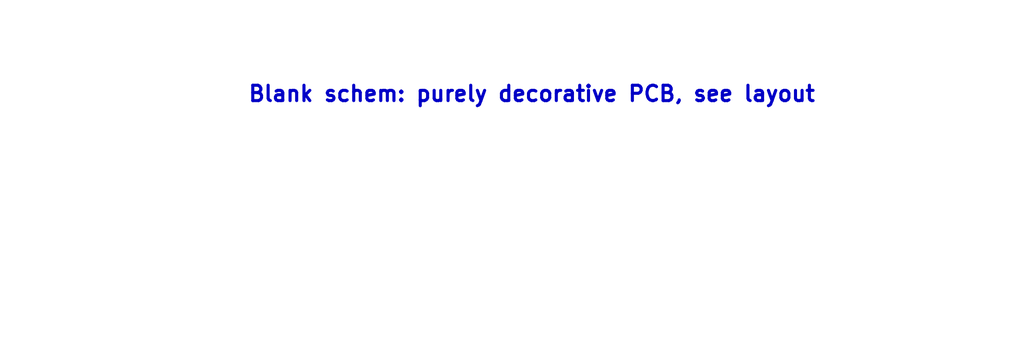
<source format=kicad_sch>
(kicad_sch (version 20230121) (generator eeschema)
  (paper "User" 200 70.0024)
  (title_block (title "Top module PCB: angled link") (company "Psychogenic Technologies INC") (comment 1 "(C) 2023 Pat Deegan"))
  (lib_symbols)
  (text "Blank schem: purely decorative PCB, see layout" (at 48.26 20.32 0) (effects (font (size 3 3) (thickness 0.6) bold) (justify left bottom)))
)
</source>
